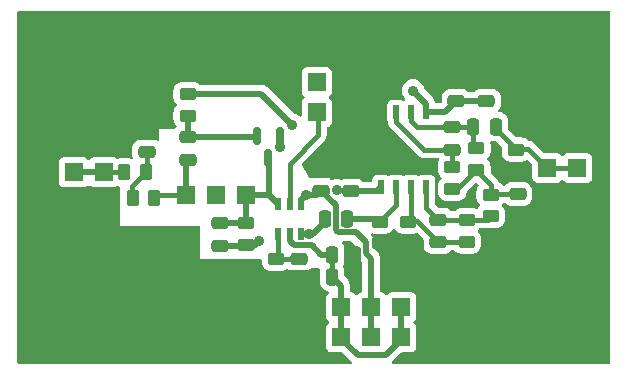
<source format=gbr>
%TF.GenerationSoftware,KiCad,Pcbnew,7.0.5.1-1-g8f565ef7f0-dirty-deb11*%
%TF.CreationDate,2023-07-05T14:53:15+00:00*%
%TF.ProjectId,PCRD01,50435244-3031-42e6-9b69-6361645f7063,01A*%
%TF.SameCoordinates,Original*%
%TF.FileFunction,Copper,L2,Bot*%
%TF.FilePolarity,Positive*%
%FSLAX46Y46*%
G04 Gerber Fmt 4.6, Leading zero omitted, Abs format (unit mm)*
G04 Created by KiCad (PCBNEW 7.0.5.1-1-g8f565ef7f0-dirty-deb11) date 2023-07-05 14:53:15*
%MOMM*%
%LPD*%
G01*
G04 APERTURE LIST*
G04 Aperture macros list*
%AMRoundRect*
0 Rectangle with rounded corners*
0 $1 Rounding radius*
0 $2 $3 $4 $5 $6 $7 $8 $9 X,Y pos of 4 corners*
0 Add a 4 corners polygon primitive as box body*
4,1,4,$2,$3,$4,$5,$6,$7,$8,$9,$2,$3,0*
0 Add four circle primitives for the rounded corners*
1,1,$1+$1,$2,$3*
1,1,$1+$1,$4,$5*
1,1,$1+$1,$6,$7*
1,1,$1+$1,$8,$9*
0 Add four rect primitives between the rounded corners*
20,1,$1+$1,$2,$3,$4,$5,0*
20,1,$1+$1,$4,$5,$6,$7,0*
20,1,$1+$1,$6,$7,$8,$9,0*
20,1,$1+$1,$8,$9,$2,$3,0*%
G04 Aperture macros list end*
%TA.AperFunction,ComponentPad*%
%ADD10R,1.524000X1.524000*%
%TD*%
%TA.AperFunction,ComponentPad*%
%ADD11C,6.000000*%
%TD*%
%TA.AperFunction,SMDPad,CuDef*%
%ADD12RoundRect,0.250000X-0.475000X0.250000X-0.475000X-0.250000X0.475000X-0.250000X0.475000X0.250000X0*%
%TD*%
%TA.AperFunction,SMDPad,CuDef*%
%ADD13RoundRect,0.250000X0.475000X-0.250000X0.475000X0.250000X-0.475000X0.250000X-0.475000X-0.250000X0*%
%TD*%
%TA.AperFunction,SMDPad,CuDef*%
%ADD14RoundRect,0.250000X-0.250000X-0.475000X0.250000X-0.475000X0.250000X0.475000X-0.250000X0.475000X0*%
%TD*%
%TA.AperFunction,SMDPad,CuDef*%
%ADD15RoundRect,0.250000X0.450000X-0.262500X0.450000X0.262500X-0.450000X0.262500X-0.450000X-0.262500X0*%
%TD*%
%TA.AperFunction,SMDPad,CuDef*%
%ADD16RoundRect,0.250000X0.262500X0.450000X-0.262500X0.450000X-0.262500X-0.450000X0.262500X-0.450000X0*%
%TD*%
%TA.AperFunction,SMDPad,CuDef*%
%ADD17RoundRect,0.250000X-0.450000X0.262500X-0.450000X-0.262500X0.450000X-0.262500X0.450000X0.262500X0*%
%TD*%
%TA.AperFunction,SMDPad,CuDef*%
%ADD18RoundRect,0.250000X0.250000X0.475000X-0.250000X0.475000X-0.250000X-0.475000X0.250000X-0.475000X0*%
%TD*%
%TA.AperFunction,SMDPad,CuDef*%
%ADD19R,0.508000X1.143000*%
%TD*%
%TA.AperFunction,SMDPad,CuDef*%
%ADD20R,0.500000X1.000760*%
%TD*%
%TA.AperFunction,SMDPad,CuDef*%
%ADD21R,0.501040X1.000760*%
%TD*%
%TA.AperFunction,SMDPad,CuDef*%
%ADD22RoundRect,0.150000X-0.150000X0.587500X-0.150000X-0.587500X0.150000X-0.587500X0.150000X0.587500X0*%
%TD*%
%TA.AperFunction,ViaPad*%
%ADD23C,0.889000*%
%TD*%
%TA.AperFunction,Conductor*%
%ADD24C,0.500000*%
%TD*%
%TA.AperFunction,Conductor*%
%ADD25C,0.400000*%
%TD*%
G04 APERTURE END LIST*
D10*
%TO.P,J1,1*%
%TO.N,GND*%
X2540000Y8890000D03*
%TO.P,J1,2*%
X0Y8890000D03*
%TO.P,J1,3*%
%TO.N,/+Ubias*%
X2540000Y11430000D03*
%TO.P,J1,4*%
X0Y11430000D03*
%TO.P,J1,5*%
%TO.N,GND*%
X2540000Y13970000D03*
%TO.P,J1,6*%
X0Y13970000D03*
%TD*%
%TO.P,J2,1*%
%TO.N,GND*%
X30276800Y0D03*
%TO.P,J2,2*%
X30276800Y-2540000D03*
%TO.P,J2,3*%
%TO.N,V-*%
X27736800Y0D03*
%TO.P,J2,4*%
X27736800Y-2540000D03*
%TO.P,J2,5*%
%TO.N,V+*%
X25196800Y0D03*
%TO.P,J2,6*%
X25196800Y-2540000D03*
%TO.P,J2,7*%
%TO.N,V-*%
X22656800Y0D03*
%TO.P,J2,8*%
X22656800Y-2540000D03*
%TO.P,J2,9*%
%TO.N,GND*%
X20116800Y0D03*
%TO.P,J2,10*%
X20116800Y-2540000D03*
%TD*%
%TO.P,J5,1*%
%TO.N,GND*%
X42646600Y9245600D03*
%TO.P,J5,2*%
X40106600Y9245600D03*
%TO.P,J5,3*%
%TO.N,Net-(C14-Pad2)*%
X42646600Y11785600D03*
%TO.P,J5,4*%
X40106600Y11785600D03*
%TO.P,J5,5*%
%TO.N,GND*%
X42646600Y14325600D03*
%TO.P,J5,6*%
X40106600Y14325600D03*
%TD*%
D11*
%TO.P,P4,1,P1*%
%TO.N,GND*%
X0Y0D03*
%TD*%
%TO.P,P3,1,P1*%
%TO.N,GND*%
X0Y20320000D03*
%TD*%
%TO.P,P1,1,P1*%
%TO.N,GND*%
X40640000Y0D03*
%TD*%
%TO.P,P2,1,P1*%
%TO.N,GND*%
X40640000Y20320000D03*
%TD*%
D10*
%TO.P,J4,1,P1*%
%TO.N,/#SHDN*%
X20574000Y16510000D03*
%TO.P,J4,2,PM*%
%TO.N,V+*%
X20574000Y19050000D03*
%TD*%
D12*
%TO.P,C1,1*%
%TO.N,Net-(C1-Pad1)*%
X9652000Y14412000D03*
%TO.P,C1,2*%
%TO.N,/K*%
X9652000Y12512000D03*
%TD*%
%TO.P,C2,1*%
%TO.N,Net-(C2-Pad1)*%
X19050000Y4125000D03*
%TO.P,C2,2*%
%TO.N,GND*%
X19050000Y2225000D03*
%TD*%
D13*
%TO.P,C3,1*%
%TO.N,V+*%
X20955000Y9845000D03*
%TO.P,C3,2*%
%TO.N,GND*%
X20955000Y11745000D03*
%TD*%
%TO.P,C5,1*%
%TO.N,V+*%
X34925000Y17465000D03*
%TO.P,C5,2*%
%TO.N,GND*%
X34925000Y19365000D03*
%TD*%
%TO.P,C6,1*%
%TO.N,V+*%
X32385000Y17465000D03*
%TO.P,C6,2*%
%TO.N,GND*%
X32385000Y19365000D03*
%TD*%
D14*
%TO.P,C10,1*%
%TO.N,V-*%
X21884600Y2590800D03*
%TO.P,C10,2*%
%TO.N,GND*%
X23784600Y2590800D03*
%TD*%
D13*
%TO.P,C12,1*%
%TO.N,GND*%
X37592000Y7686000D03*
%TO.P,C12,2*%
%TO.N,Net-(C12-Pad2)*%
X37592000Y9586000D03*
%TD*%
D14*
%TO.P,C14,1*%
%TO.N,Net-(C13-Pad2)*%
X33848000Y15290800D03*
%TO.P,C14,2*%
%TO.N,Net-(C14-Pad2)*%
X35748000Y15290800D03*
%TD*%
D15*
%TO.P,R1,1*%
%TO.N,Net-(C1-Pad1)*%
X9652000Y16232500D03*
%TO.P,R1,2*%
%TO.N,V-*%
X9652000Y18057500D03*
%TD*%
D16*
%TO.P,R2,1*%
%TO.N,Net-(C15-Pad1)*%
X6106800Y11430000D03*
%TO.P,R2,2*%
%TO.N,/+Ubias*%
X4281800Y11430000D03*
%TD*%
D15*
%TO.P,R5,1*%
%TO.N,GND*%
X25908000Y5437500D03*
%TO.P,R5,2*%
%TO.N,Net-(C8-Pad1)*%
X25908000Y7262500D03*
%TD*%
%TO.P,R6,1*%
%TO.N,Net-(C11-Pad1)*%
X33274000Y5564500D03*
%TO.P,R6,2*%
%TO.N,Net-(C11-Pad2)*%
X33274000Y7389500D03*
%TD*%
%TO.P,R7,1*%
%TO.N,GND*%
X28321000Y5437500D03*
%TO.P,R7,2*%
%TO.N,Net-(C11-Pad1)*%
X28321000Y7262500D03*
%TD*%
%TO.P,R8,1*%
%TO.N,Net-(C11-Pad2)*%
X35306000Y7723500D03*
%TO.P,R8,2*%
%TO.N,Net-(C12-Pad2)*%
X35306000Y9548500D03*
%TD*%
%TO.P,R9,1*%
%TO.N,Net-(C12-Pad2)*%
X32054800Y10034900D03*
%TO.P,R9,2*%
%TO.N,Net-(C13-Pad1)*%
X32054800Y11859900D03*
%TD*%
D17*
%TO.P,R11,1*%
%TO.N,Net-(C14-Pad2)*%
X37439600Y13358500D03*
%TO.P,R11,2*%
%TO.N,GND*%
X37439600Y11533500D03*
%TD*%
D13*
%TO.P,C11,1*%
%TO.N,Net-(C11-Pad1)*%
X30861000Y5527000D03*
%TO.P,C11,2*%
%TO.N,Net-(C11-Pad2)*%
X30861000Y7427000D03*
%TD*%
%TO.P,C4,1*%
%TO.N,Net-(C4-Pad1)*%
X12369569Y5213931D03*
%TO.P,C4,2*%
%TO.N,/A*%
X12369569Y7113931D03*
%TD*%
D10*
%TO.P,J3,1*%
%TO.N,/K*%
X9525000Y9525000D03*
%TO.P,J3,2*%
%TO.N,GND*%
X12065000Y9525000D03*
%TO.P,J3,3*%
%TO.N,/A*%
X14605000Y9525000D03*
%TD*%
D13*
%TO.P,C9,1*%
%TO.N,V-*%
X23495000Y9845000D03*
%TO.P,C9,2*%
%TO.N,GND*%
X23495000Y11745000D03*
%TD*%
D18*
%TO.P,C8,1*%
%TO.N,Net-(C8-Pad1)*%
X23175000Y7493000D03*
%TO.P,C8,2*%
%TO.N,Net-(C4-Pad1)*%
X21275000Y7493000D03*
%TD*%
D13*
%TO.P,C13,1*%
%TO.N,Net-(C13-Pad1)*%
X32054800Y13350200D03*
%TO.P,C13,2*%
%TO.N,Net-(C13-Pad2)*%
X32054800Y15250200D03*
%TD*%
D15*
%TO.P,R10,1*%
%TO.N,Net-(C12-Pad2)*%
X34086800Y11635100D03*
%TO.P,R10,2*%
%TO.N,Net-(C13-Pad2)*%
X34086800Y13460100D03*
%TD*%
D14*
%TO.P,C7,1*%
%TO.N,V-*%
X21910000Y4445000D03*
%TO.P,C7,2*%
%TO.N,GND*%
X23810000Y4445000D03*
%TD*%
D19*
%TO.P,U2,1*%
%TO.N,Net-(C11-Pad2)*%
X29845000Y10160000D03*
%TO.P,U2,2,-*%
%TO.N,Net-(C11-Pad1)*%
X28575000Y10160000D03*
%TO.P,U2,3,+*%
%TO.N,Net-(C8-Pad1)*%
X27305000Y10160000D03*
%TO.P,U2,4,V-*%
%TO.N,V-*%
X26035000Y10160000D03*
%TO.P,U2,5,+*%
%TO.N,GND*%
X26035000Y16510000D03*
%TO.P,U2,6,-*%
%TO.N,Net-(C13-Pad1)*%
X27305000Y16510000D03*
%TO.P,U2,7*%
%TO.N,Net-(C13-Pad2)*%
X28575000Y16510000D03*
%TO.P,U2,8,V+*%
%TO.N,V+*%
X29845000Y16510000D03*
%TD*%
D20*
%TO.P,U1,1*%
%TO.N,Net-(C4-Pad1)*%
X19240500Y6223000D03*
%TO.P,U1,2,V-*%
%TO.N,V-*%
X18288000Y6223000D03*
%TO.P,U1,3,+*%
%TO.N,Net-(C2-Pad1)*%
X17335500Y6223000D03*
D21*
%TO.P,U1,4,-*%
%TO.N,/A*%
X17335500Y8763000D03*
D20*
%TO.P,U1,5,#SHDN*%
%TO.N,/#SHDN*%
X18288000Y8763000D03*
%TO.P,U1,6,V+*%
%TO.N,V+*%
X19240500Y8763000D03*
%TD*%
D15*
%TO.P,R3,1*%
%TO.N,GND*%
X17145000Y2262500D03*
%TO.P,R3,2*%
%TO.N,Net-(C2-Pad1)*%
X17145000Y4087500D03*
%TD*%
D22*
%TO.P,Q1,1,S*%
%TO.N,Net-(C1-Pad1)*%
X15532000Y14536500D03*
%TO.P,Q1,2,D*%
%TO.N,V+*%
X17432000Y14536500D03*
%TO.P,Q1,3,G*%
%TO.N,/A*%
X16482000Y12661500D03*
%TD*%
D15*
%TO.P,R4,1*%
%TO.N,Net-(C4-Pad1)*%
X14592569Y5306431D03*
%TO.P,R4,2*%
%TO.N,/A*%
X14592569Y7131431D03*
%TD*%
D16*
%TO.P,R12,1*%
%TO.N,/K*%
X6817500Y9212500D03*
%TO.P,R12,2*%
%TO.N,Net-(C15-Pad1)*%
X4992500Y9212500D03*
%TD*%
D13*
%TO.P,C15,1*%
%TO.N,Net-(C15-Pad1)*%
X6197600Y13185100D03*
%TO.P,C15,2*%
%TO.N,GND*%
X6197600Y15085100D03*
%TD*%
D23*
%TO.N,GND*%
X24739600Y16510000D03*
X17043400Y22402800D03*
X32766000Y21818600D03*
X27762200Y22301200D03*
X24765000Y13970000D03*
X21996400Y13208000D03*
X23266400Y3454400D03*
X-2184400Y15900400D03*
X-2184400Y4826000D03*
X28600400Y12242800D03*
X33375600Y3733800D03*
X1282000Y4999000D03*
X37033200Y5105400D03*
X27495500Y3238500D03*
X23037800Y22199600D03*
X12217400Y22834600D03*
X4292600Y18516600D03*
%TO.N,V+*%
X19690447Y9519689D03*
X17449800Y13538200D03*
X28732000Y18349000D03*
%TO.N,Net-(C4-Pad1)*%
X19939000Y6235700D03*
X15646931Y5584069D03*
%TO.N,V-*%
X21920200Y4432300D03*
X22298002Y9906000D03*
X18521400Y15438400D03*
%TD*%
D24*
%TO.N,Net-(C1-Pad1)*%
X9652000Y14414500D02*
X15557500Y14414500D01*
X9652000Y14414500D02*
X9652000Y16192500D01*
D25*
%TO.N,Net-(C2-Pad1)*%
X17332000Y6219500D02*
X17335500Y6223000D01*
X19050000Y4127500D02*
X17145000Y4127500D01*
X17332000Y4314500D02*
X17332000Y6219500D01*
%TO.N,GND*%
X25908000Y5397500D02*
X26162000Y5397500D01*
D24*
%TO.N,V+*%
X25196800Y4124960D02*
X24707001Y4614759D01*
X34925000Y17462500D02*
X32385000Y17462500D01*
X17449800Y13538200D02*
X17449800Y14518700D01*
X29845000Y16510000D02*
X31432500Y16510000D01*
X25196800Y0D02*
X25196800Y4124960D01*
X22167001Y6575639D02*
X22167001Y8630499D01*
X28732000Y18349000D02*
X29845000Y17236000D01*
D25*
X19240500Y8763000D02*
X19240500Y8826500D01*
D24*
X19240500Y9069742D02*
X19690447Y9519689D01*
X29845000Y17236000D02*
X29845000Y16510000D01*
X19240500Y8763000D02*
X19240500Y9069742D01*
X22398141Y6344499D02*
X22167001Y6575639D01*
X31432500Y16510000D02*
X32385000Y17462500D01*
X20632189Y9519689D02*
X20955000Y9842500D01*
X19690447Y9519689D02*
X20632189Y9519689D01*
X24707001Y5503501D02*
X23866003Y6344499D01*
X17454500Y13538200D02*
X17449800Y13538200D01*
X17449800Y14518700D02*
X17432000Y14536500D01*
X17462500Y13530200D02*
X17454500Y13538200D01*
X24707001Y4614759D02*
X24707001Y5503501D01*
X25196800Y-2540000D02*
X25196800Y0D01*
X23866003Y6344499D02*
X22398141Y6344499D01*
X22167001Y8630499D02*
X20955000Y9842500D01*
%TO.N,Net-(C4-Pad1)*%
X21272500Y7239000D02*
X20269200Y6235700D01*
X19310383Y6235700D02*
X19939000Y6235700D01*
X15646931Y5584069D02*
X15261862Y5199000D01*
X20269200Y6235700D02*
X19939000Y6235700D01*
X15261862Y5199000D02*
X12382000Y5199000D01*
X19240500Y6223000D02*
X19253200Y6235700D01*
X19253200Y6235700D02*
X19310383Y6235700D01*
X21272500Y7493000D02*
X21272500Y7239000D01*
%TO.N,V-*%
X18521400Y15438400D02*
X15862300Y18097500D01*
X18630499Y5272619D02*
X20135381Y5272619D01*
X27736800Y-2746200D02*
X26432000Y-4051000D01*
D25*
X22298002Y9906000D02*
X23431500Y9906000D01*
X21882100Y4419600D02*
X21907500Y4445000D01*
D24*
X26432000Y-4051000D02*
X24032000Y-4051000D01*
D25*
X21882100Y2590800D02*
X21882100Y4419600D01*
D24*
X25717500Y9842500D02*
X26035000Y10160000D01*
X20135381Y5272619D02*
X20963000Y4445000D01*
X22656800Y0D02*
X22656800Y-2540000D01*
X18288000Y5615118D02*
X18630499Y5272619D01*
X27736800Y-2540000D02*
X27736800Y0D01*
X23495000Y9842500D02*
X25717500Y9842500D01*
X21907500Y4445000D02*
X20963000Y4445000D01*
X18288000Y6223000D02*
X18288000Y5615118D01*
X24032000Y-4051000D02*
X22656800Y-2675800D01*
X22656800Y0D02*
X22656800Y1816100D01*
X15862300Y18097500D02*
X9652000Y18097500D01*
D25*
X21907500Y4445000D02*
X21920200Y4432300D01*
D24*
X22656800Y1816100D02*
X21882100Y2590800D01*
D25*
%TO.N,Net-(C8-Pad1)*%
X25908000Y7302500D02*
X27305000Y8699500D01*
D24*
X23177500Y7493000D02*
X25717500Y7493000D01*
D25*
X27305000Y8699500D02*
X27305000Y10381000D01*
D24*
X25717500Y7493000D02*
X25908000Y7302500D01*
D25*
%TO.N,Net-(C11-Pad1)*%
X29083000Y7302500D02*
X30861000Y5524500D01*
X28575000Y10381000D02*
X28575000Y7556500D01*
X28575000Y7556500D02*
X28321000Y7302500D01*
X28321000Y7302500D02*
X29083000Y7302500D01*
X30861000Y5524500D02*
X33274000Y5524500D01*
%TO.N,Net-(C11-Pad2)*%
X35052000Y7429500D02*
X35306000Y7683500D01*
X33274000Y7429500D02*
X35052000Y7429500D01*
X29845000Y8445500D02*
X30861000Y7429500D01*
X29845000Y10381000D02*
X29845000Y8445500D01*
X30861000Y7429500D02*
X33274000Y7429500D01*
%TO.N,Net-(C12-Pad2)*%
X37592000Y9588500D02*
X35306000Y9588500D01*
X35306000Y9588500D02*
X35306000Y10375900D01*
X35306000Y10375900D02*
X34086800Y11595100D01*
X32486600Y9994900D02*
X34086800Y11595100D01*
X32054800Y9994900D02*
X32486600Y9994900D01*
%TO.N,Net-(C13-Pad1)*%
X32054800Y11899900D02*
X32054800Y13347700D01*
X29683300Y13347700D02*
X27305000Y15726000D01*
X27305000Y15726000D02*
X27305000Y16510000D01*
X32054800Y13347700D02*
X29683300Y13347700D01*
%TO.N,Net-(C13-Pad2)*%
X28575000Y15756000D02*
X29078300Y15252700D01*
X33845500Y13741400D02*
X34086800Y13500100D01*
X32054800Y15252700D02*
X33807400Y15252700D01*
X28575000Y16510000D02*
X28575000Y15756000D01*
X33807400Y15252700D02*
X33845500Y15290800D01*
X33845500Y15290800D02*
X33845500Y13741400D01*
X29078300Y15252700D02*
X32054800Y15252700D01*
%TO.N,Net-(C14-Pad2)*%
X40106600Y11785600D02*
X42646600Y11785600D01*
X35750500Y15290800D02*
X35750500Y15087600D01*
X37439600Y13398500D02*
X38493700Y13398500D01*
X38493700Y13398500D02*
X40106600Y11785600D01*
X35750500Y15087600D02*
X37439600Y13398500D01*
%TO.N,/#SHDN*%
X18288000Y8763000D02*
X18288000Y12171498D01*
X18288000Y12171498D02*
X20701000Y14584498D01*
X20701000Y15284500D02*
X20701000Y16510000D01*
X20701000Y14584498D02*
X20701000Y15284500D01*
%TO.N,/+Ubias*%
X4241800Y11430000D02*
X2540000Y11430000D01*
D24*
X0Y11430000D02*
X2540000Y11430000D01*
%TO.N,/K*%
X9525000Y12382500D02*
X9652000Y12509500D01*
X9525000Y9525000D02*
X9525000Y11484490D01*
D25*
X7175500Y9525000D02*
X9525000Y9525000D01*
D24*
X9525000Y11484490D02*
X9525000Y12382500D01*
%TO.N,/A*%
X16573500Y9525000D02*
X14605000Y9525000D01*
X14537569Y7116431D02*
X12369569Y7116431D01*
X14605000Y7556500D02*
X14550000Y7501500D01*
X16573500Y9525000D02*
X16573500Y12570000D01*
X14605000Y7556500D02*
X14605000Y9525000D01*
X17335500Y8763000D02*
X16573500Y9525000D01*
D25*
%TO.N,Net-(C15-Pad1)*%
X4952500Y10235700D02*
X6146800Y11430000D01*
X6197600Y11480800D02*
X6146800Y11430000D01*
X6197600Y13182600D02*
X6197600Y11480800D01*
X4952500Y9212500D02*
X4952500Y10235700D01*
%TD*%
%TA.AperFunction,Conductor*%
%TO.N,GND*%
G36*
X45374691Y25076593D02*
G01*
X45410655Y25027093D01*
X45415500Y24996500D01*
X45415500Y-4676500D01*
X45396593Y-4734691D01*
X45347093Y-4770655D01*
X45316500Y-4775500D01*
X27020771Y-4775500D01*
X26962580Y-4756593D01*
X26926616Y-4707093D01*
X26926616Y-4645907D01*
X26948759Y-4608564D01*
X26975656Y-4580054D01*
X26976660Y-4579020D01*
X27716186Y-3839496D01*
X27770702Y-3811719D01*
X27786189Y-3810500D01*
X28547435Y-3810500D01*
X28547438Y-3810500D01*
X28608001Y-3803989D01*
X28745004Y-3752889D01*
X28862061Y-3665261D01*
X28949689Y-3548204D01*
X29000789Y-3411201D01*
X29007300Y-3350638D01*
X29007300Y-1729362D01*
X29000789Y-1668799D01*
X28949689Y-1531796D01*
X28862061Y-1414739D01*
X28774580Y-1349251D01*
X28739329Y-1299245D01*
X28740203Y-1238066D01*
X28774580Y-1190748D01*
X28862061Y-1125261D01*
X28949689Y-1008204D01*
X29000789Y-871201D01*
X29007300Y-810638D01*
X29007300Y810638D01*
X29000789Y871201D01*
X28949689Y1008204D01*
X28862061Y1125261D01*
X28786014Y1182189D01*
X28745007Y1212887D01*
X28745006Y1212888D01*
X28745004Y1212889D01*
X28608001Y1263989D01*
X28608000Y1263990D01*
X28567127Y1268384D01*
X28547438Y1270500D01*
X26926162Y1270500D01*
X26910088Y1268772D01*
X26865600Y1263990D01*
X26789916Y1235761D01*
X26728596Y1212889D01*
X26728594Y1212888D01*
X26728592Y1212887D01*
X26611543Y1125265D01*
X26611535Y1125257D01*
X26546053Y1037783D01*
X26496045Y1002530D01*
X26434865Y1003404D01*
X26387547Y1037783D01*
X26322064Y1125257D01*
X26322063Y1125258D01*
X26322061Y1125261D01*
X26246014Y1182189D01*
X26205007Y1212887D01*
X26205006Y1212888D01*
X26205004Y1212889D01*
X26068001Y1263989D01*
X26068000Y1263990D01*
X26043717Y1266600D01*
X25987881Y1291620D01*
X25957415Y1344681D01*
X25955300Y1365033D01*
X25955300Y4062488D01*
X25956345Y4076836D01*
X25960141Y4102749D01*
X25955487Y4155942D01*
X25955300Y4160242D01*
X25955300Y4169134D01*
X25955299Y4169150D01*
X25954459Y4176333D01*
X25951530Y4201381D01*
X25951394Y4202714D01*
X25946663Y4256792D01*
X25944688Y4279380D01*
X25944686Y4279390D01*
X25944358Y4280380D01*
X25940000Y4300039D01*
X25939879Y4301070D01*
X25939879Y4301073D01*
X25913564Y4373373D01*
X25913119Y4374650D01*
X25888914Y4447699D01*
X25888367Y4448586D01*
X25879592Y4466711D01*
X25879234Y4467694D01*
X25836961Y4531966D01*
X25836187Y4533181D01*
X25833876Y4536927D01*
X25823275Y4554115D01*
X25795831Y4598609D01*
X25795830Y4598610D01*
X25795829Y4598612D01*
X25795083Y4599358D01*
X25782377Y4614958D01*
X25781801Y4615834D01*
X25781800Y4615835D01*
X25751037Y4644858D01*
X25725823Y4668647D01*
X25724837Y4669604D01*
X25494497Y4899945D01*
X25466720Y4954461D01*
X25465501Y4969948D01*
X25465501Y5441028D01*
X25466546Y5455375D01*
X25466586Y5455651D01*
X25470342Y5481290D01*
X25465688Y5534481D01*
X25465501Y5538783D01*
X25465501Y5547675D01*
X25465500Y5547689D01*
X25463747Y5562681D01*
X25461728Y5579951D01*
X25461597Y5581229D01*
X25454888Y5657927D01*
X25454559Y5658920D01*
X25450202Y5678569D01*
X25450080Y5679614D01*
X25423765Y5751911D01*
X25423318Y5753196D01*
X25399115Y5826239D01*
X25399113Y5826242D01*
X25399111Y5826247D01*
X25398568Y5827127D01*
X25389794Y5845251D01*
X25389438Y5846229D01*
X25389436Y5846231D01*
X25389436Y5846233D01*
X25347142Y5910537D01*
X25346387Y5911723D01*
X25330437Y5937583D01*
X25306031Y5977152D01*
X25305284Y5977899D01*
X25292578Y5993499D01*
X25292002Y5994375D01*
X25292001Y5994376D01*
X25252677Y6031476D01*
X25236041Y6047171D01*
X25235022Y6048161D01*
X25191390Y6091793D01*
X25163613Y6146310D01*
X25173184Y6206742D01*
X25216449Y6250007D01*
X25276881Y6259578D01*
X25292528Y6255774D01*
X25303574Y6252113D01*
X25407455Y6241500D01*
X26408544Y6241501D01*
X26408552Y6241501D01*
X26512417Y6252112D01*
X26512417Y6252113D01*
X26512426Y6252113D01*
X26680738Y6307885D01*
X26831652Y6400970D01*
X26957030Y6526348D01*
X27030238Y6645038D01*
X27076880Y6684640D01*
X27137891Y6689263D01*
X27189967Y6657142D01*
X27198761Y6645038D01*
X27271967Y6526352D01*
X27271968Y6526351D01*
X27271970Y6526348D01*
X27397348Y6400970D01*
X27548262Y6307885D01*
X27716574Y6252113D01*
X27820455Y6241500D01*
X28821544Y6241501D01*
X28821552Y6241501D01*
X28925417Y6252112D01*
X28925417Y6252113D01*
X28925426Y6252113D01*
X29022184Y6284176D01*
X29083366Y6284531D01*
X29123326Y6260204D01*
X29598504Y5785026D01*
X29626281Y5730509D01*
X29627500Y5715022D01*
X29627500Y5226448D01*
X29638111Y5122583D01*
X29638112Y5122576D01*
X29638113Y5122574D01*
X29693885Y4954262D01*
X29786970Y4803348D01*
X29912348Y4677970D01*
X30063262Y4584885D01*
X30231574Y4529113D01*
X30335455Y4518500D01*
X31386544Y4518501D01*
X31386552Y4518501D01*
X31490417Y4529112D01*
X31490417Y4529113D01*
X31490426Y4529113D01*
X31658738Y4584885D01*
X31809652Y4677970D01*
X31918687Y4787006D01*
X31973202Y4814781D01*
X31988689Y4816000D01*
X32196310Y4816000D01*
X32254501Y4797093D01*
X32266313Y4787004D01*
X32349255Y4704063D01*
X32350348Y4702970D01*
X32501262Y4609885D01*
X32669574Y4554113D01*
X32773455Y4543500D01*
X33774544Y4543501D01*
X33774552Y4543501D01*
X33878417Y4554112D01*
X33878417Y4554113D01*
X33878426Y4554113D01*
X34046738Y4609885D01*
X34197652Y4702970D01*
X34323030Y4828348D01*
X34416115Y4979262D01*
X34471887Y5147574D01*
X34482500Y5251455D01*
X34482499Y5877544D01*
X34482499Y5877553D01*
X34471888Y5981418D01*
X34471887Y5981420D01*
X34471887Y5981426D01*
X34416115Y6149738D01*
X34323030Y6300652D01*
X34216683Y6406999D01*
X34188907Y6461513D01*
X34198478Y6521945D01*
X34216682Y6547001D01*
X34323030Y6653348D01*
X34335750Y6673972D01*
X34382392Y6713573D01*
X34420012Y6721000D01*
X34661798Y6721000D01*
X34692934Y6715976D01*
X34701574Y6713113D01*
X34805455Y6702500D01*
X35806544Y6702501D01*
X35806552Y6702501D01*
X35910417Y6713112D01*
X35910417Y6713113D01*
X35910426Y6713113D01*
X36078738Y6768885D01*
X36229652Y6861970D01*
X36355030Y6987348D01*
X36448115Y7138262D01*
X36503887Y7306574D01*
X36514500Y7410455D01*
X36514499Y8036544D01*
X36514499Y8036553D01*
X36503888Y8140418D01*
X36503887Y8140420D01*
X36503887Y8140426D01*
X36448115Y8308738D01*
X36355030Y8459652D01*
X36248683Y8565999D01*
X36220908Y8620513D01*
X36230479Y8680945D01*
X36248682Y8706001D01*
X36355030Y8812348D01*
X36367750Y8832972D01*
X36414392Y8872573D01*
X36452012Y8880000D01*
X36459311Y8880000D01*
X36517502Y8861093D01*
X36529308Y8851010D01*
X36643348Y8736970D01*
X36794262Y8643885D01*
X36962574Y8588113D01*
X37066455Y8577500D01*
X38117544Y8577501D01*
X38117552Y8577501D01*
X38221417Y8588112D01*
X38221417Y8588113D01*
X38221426Y8588113D01*
X38389738Y8643885D01*
X38540652Y8736970D01*
X38666030Y8862348D01*
X38759115Y9013262D01*
X38814887Y9181574D01*
X38825500Y9285455D01*
X38825499Y9886544D01*
X38825499Y9886553D01*
X38814888Y9990418D01*
X38814887Y9990420D01*
X38814887Y9990426D01*
X38759115Y10158738D01*
X38666030Y10309652D01*
X38540652Y10435030D01*
X38389738Y10528115D01*
X38221426Y10583887D01*
X38221423Y10583888D01*
X38117553Y10594500D01*
X37066447Y10594500D01*
X36962582Y10583889D01*
X36962570Y10583886D01*
X36794261Y10528115D01*
X36643349Y10435031D01*
X36643348Y10435031D01*
X36643348Y10435030D01*
X36534312Y10325995D01*
X36479798Y10298219D01*
X36464311Y10297000D01*
X36383690Y10297000D01*
X36325499Y10315907D01*
X36313687Y10325996D01*
X36229652Y10410030D01*
X36078738Y10503115D01*
X36068981Y10506348D01*
X36053753Y10511394D01*
X36004465Y10547644D01*
X35989592Y10582645D01*
X35989169Y10582513D01*
X35987850Y10586745D01*
X35987515Y10587534D01*
X35987388Y10588229D01*
X35961473Y10645808D01*
X35960347Y10648526D01*
X35937954Y10707575D01*
X35930767Y10717986D01*
X35921963Y10733598D01*
X35916775Y10745126D01*
X35877841Y10794822D01*
X35876068Y10797231D01*
X35840216Y10849172D01*
X35792975Y10891024D01*
X35790797Y10893074D01*
X35324295Y11359575D01*
X35296518Y11414092D01*
X35295299Y11429579D01*
X35295299Y11948153D01*
X35284688Y12052018D01*
X35284687Y12052020D01*
X35284687Y12052026D01*
X35228915Y12220338D01*
X35135830Y12371252D01*
X35029483Y12477599D01*
X35001708Y12532113D01*
X35011279Y12592545D01*
X35029482Y12617601D01*
X35135830Y12723948D01*
X35228915Y12874862D01*
X35284687Y13043174D01*
X35295300Y13147055D01*
X35295299Y13773144D01*
X35295299Y13773145D01*
X35295299Y13773153D01*
X35284688Y13877018D01*
X35284687Y13877020D01*
X35284687Y13877026D01*
X35265257Y13935661D01*
X35264902Y13996842D01*
X35300577Y14046551D01*
X35358657Y14065796D01*
X35369296Y14065285D01*
X35399073Y14062243D01*
X35447455Y14057300D01*
X35737821Y14057301D01*
X35796011Y14038394D01*
X35807825Y14028305D01*
X36202104Y13634026D01*
X36229881Y13579509D01*
X36231100Y13564022D01*
X36231100Y13045448D01*
X36241711Y12941583D01*
X36241712Y12941576D01*
X36241713Y12941574D01*
X36297485Y12773262D01*
X36390570Y12622348D01*
X36515948Y12496970D01*
X36666862Y12403885D01*
X36835174Y12348113D01*
X36939055Y12337500D01*
X37940144Y12337501D01*
X37940152Y12337501D01*
X38044017Y12348112D01*
X38044017Y12348113D01*
X38044026Y12348113D01*
X38212338Y12403885D01*
X38315187Y12467324D01*
X38374639Y12481780D01*
X38431235Y12458530D01*
X38437163Y12453067D01*
X38807104Y12083126D01*
X38834881Y12028609D01*
X38836100Y12013122D01*
X38836100Y10974966D01*
X38842610Y10914401D01*
X38854046Y10883739D01*
X38893711Y10777396D01*
X38893712Y10777394D01*
X38893713Y10777393D01*
X38923285Y10737889D01*
X38981339Y10660339D01*
X39098396Y10572711D01*
X39235399Y10521611D01*
X39295962Y10515100D01*
X39295965Y10515100D01*
X40917235Y10515100D01*
X40917238Y10515100D01*
X40977801Y10521611D01*
X41114804Y10572711D01*
X41231861Y10660339D01*
X41297348Y10747820D01*
X41347355Y10783071D01*
X41408534Y10782197D01*
X41455851Y10747820D01*
X41521339Y10660339D01*
X41638396Y10572711D01*
X41775399Y10521611D01*
X41835962Y10515100D01*
X41835965Y10515100D01*
X43457235Y10515100D01*
X43457238Y10515100D01*
X43517801Y10521611D01*
X43654804Y10572711D01*
X43771861Y10660339D01*
X43859489Y10777396D01*
X43910589Y10914399D01*
X43917100Y10974962D01*
X43917100Y12596238D01*
X43910589Y12656801D01*
X43859489Y12793804D01*
X43771861Y12910861D01*
X43730837Y12941571D01*
X43654807Y12998487D01*
X43654806Y12998488D01*
X43654804Y12998489D01*
X43517801Y13049589D01*
X43517800Y13049590D01*
X43476927Y13053984D01*
X43457238Y13056100D01*
X41835962Y13056100D01*
X41819888Y13054372D01*
X41775400Y13049590D01*
X41699716Y13021361D01*
X41638396Y12998489D01*
X41638394Y12998488D01*
X41638392Y12998487D01*
X41521343Y12910865D01*
X41521335Y12910857D01*
X41455853Y12823383D01*
X41405845Y12788130D01*
X41344665Y12789004D01*
X41297347Y12823383D01*
X41231864Y12910857D01*
X41231863Y12910858D01*
X41231861Y12910861D01*
X41190837Y12941571D01*
X41114807Y12998487D01*
X41114806Y12998488D01*
X41114804Y12998489D01*
X40977801Y13049589D01*
X40977800Y13049590D01*
X40936927Y13053984D01*
X40917238Y13056100D01*
X40917234Y13056100D01*
X39879078Y13056100D01*
X39820887Y13075007D01*
X39809074Y13085096D01*
X39010872Y13883299D01*
X39008822Y13885477D01*
X38989311Y13907500D01*
X38966973Y13932715D01*
X38915018Y13968577D01*
X38912632Y13970332D01*
X38886169Y13991065D01*
X38862931Y14009272D01*
X38862920Y14009279D01*
X38851388Y14014469D01*
X38835787Y14023268D01*
X38825375Y14030454D01*
X38825370Y14030456D01*
X38825368Y14030457D01*
X38766365Y14052834D01*
X38763602Y14053978D01*
X38706033Y14079888D01*
X38706030Y14079889D01*
X38693576Y14082172D01*
X38676329Y14086981D01*
X38664510Y14091463D01*
X38664502Y14091465D01*
X38601851Y14099073D01*
X38598897Y14099523D01*
X38536788Y14110903D01*
X38520528Y14109919D01*
X38461302Y14125279D01*
X38444549Y14138734D01*
X38363252Y14220030D01*
X38212338Y14313115D01*
X38044023Y14368888D01*
X37940153Y14379500D01*
X37940145Y14379500D01*
X37501578Y14379500D01*
X37443387Y14398407D01*
X37431574Y14408496D01*
X36785495Y15054575D01*
X36757718Y15109092D01*
X36756499Y15124579D01*
X36756499Y15816353D01*
X36745888Y15920218D01*
X36745887Y15920220D01*
X36745887Y15920226D01*
X36690115Y16088538D01*
X36597030Y16239452D01*
X36471652Y16364830D01*
X36320738Y16457915D01*
X36152426Y16513687D01*
X36152423Y16513688D01*
X36048553Y16524300D01*
X36048545Y16524300D01*
X36020989Y16524300D01*
X35962798Y16543207D01*
X35926834Y16592707D01*
X35926834Y16653893D01*
X35950983Y16693302D01*
X35999030Y16741348D01*
X36092115Y16892262D01*
X36147887Y17060574D01*
X36158500Y17164455D01*
X36158499Y17765544D01*
X36158499Y17765545D01*
X36158499Y17765553D01*
X36147888Y17869418D01*
X36147887Y17869420D01*
X36147887Y17869426D01*
X36092115Y18037738D01*
X35999030Y18188652D01*
X35873652Y18314030D01*
X35722738Y18407115D01*
X35554426Y18462887D01*
X35554423Y18462888D01*
X35450553Y18473500D01*
X34399447Y18473500D01*
X34295582Y18462889D01*
X34295570Y18462886D01*
X34127261Y18407115D01*
X33976347Y18314030D01*
X33912313Y18249996D01*
X33857796Y18222219D01*
X33842310Y18221000D01*
X33467690Y18221000D01*
X33409499Y18239907D01*
X33397687Y18249996D01*
X33333652Y18314030D01*
X33182738Y18407115D01*
X33014423Y18462888D01*
X32910553Y18473500D01*
X31859447Y18473500D01*
X31755582Y18462889D01*
X31755570Y18462886D01*
X31587261Y18407115D01*
X31436349Y18314031D01*
X31310969Y18188651D01*
X31217885Y18037739D01*
X31162112Y17869424D01*
X31151500Y17765554D01*
X31151500Y17367500D01*
X31132593Y17309309D01*
X31083093Y17273345D01*
X31052500Y17268500D01*
X30694271Y17268500D01*
X30636080Y17287407D01*
X30600116Y17336907D01*
X30595648Y17358872D01*
X30592887Y17390422D01*
X30592887Y17390426D01*
X30592558Y17391419D01*
X30588201Y17411068D01*
X30588079Y17412113D01*
X30561764Y17484410D01*
X30561317Y17485695D01*
X30537114Y17558738D01*
X30537112Y17558741D01*
X30537110Y17558746D01*
X30536567Y17559626D01*
X30527793Y17577750D01*
X30527437Y17578728D01*
X30527435Y17578730D01*
X30527435Y17578732D01*
X30485141Y17643036D01*
X30484386Y17644222D01*
X30467331Y17671873D01*
X30444030Y17709651D01*
X30443283Y17710398D01*
X30430577Y17725998D01*
X30430001Y17726874D01*
X30430000Y17726875D01*
X30389012Y17765545D01*
X30374040Y17779670D01*
X30373021Y17780660D01*
X29702086Y18451595D01*
X29674309Y18506112D01*
X29673569Y18511871D01*
X29671211Y18535821D01*
X29616717Y18715462D01*
X29528224Y18881020D01*
X29409133Y19026133D01*
X29264020Y19145224D01*
X29264019Y19145225D01*
X29098466Y19233715D01*
X29098465Y19233716D01*
X29098462Y19233717D01*
X29078716Y19239707D01*
X28918821Y19288212D01*
X28918815Y19288213D01*
X28732003Y19306611D01*
X28731997Y19306611D01*
X28545184Y19288213D01*
X28545178Y19288212D01*
X28365544Y19233719D01*
X28365541Y19233718D01*
X28365538Y19233717D01*
X28365536Y19233717D01*
X28365533Y19233715D01*
X28199980Y19145225D01*
X28054872Y19026138D01*
X28054862Y19026128D01*
X27935775Y18881020D01*
X27847285Y18715467D01*
X27847281Y18715456D01*
X27792788Y18535822D01*
X27792787Y18535816D01*
X27774389Y18349004D01*
X27774389Y18348997D01*
X27792787Y18162185D01*
X27792788Y18162179D01*
X27829307Y18041796D01*
X27847283Y17982538D01*
X27847284Y17982535D01*
X27847285Y17982534D01*
X27935776Y17816980D01*
X27935778Y17816978D01*
X28054860Y17671873D01*
X28054864Y17671870D01*
X28054865Y17671869D01*
X28054867Y17671867D01*
X28055642Y17671231D01*
X28055889Y17670844D01*
X28058301Y17668433D01*
X28057771Y17667904D01*
X28088629Y17619699D01*
X28085027Y17558620D01*
X28052166Y17515450D01*
X27999329Y17475896D01*
X27941415Y17456159D01*
X27882960Y17474233D01*
X27880672Y17475895D01*
X27805206Y17532388D01*
X27805204Y17532389D01*
X27668201Y17583489D01*
X27668200Y17583490D01*
X27627327Y17587884D01*
X27607638Y17590000D01*
X27002362Y17590000D01*
X26986288Y17588272D01*
X26941800Y17583490D01*
X26875123Y17558620D01*
X26804796Y17532389D01*
X26804794Y17532388D01*
X26804792Y17532387D01*
X26687743Y17444765D01*
X26687735Y17444757D01*
X26600113Y17327708D01*
X26600112Y17327706D01*
X26600111Y17327704D01*
X26593250Y17309309D01*
X26549010Y17190700D01*
X26542500Y17130135D01*
X26542500Y15889866D01*
X26549010Y15829300D01*
X26549011Y15829299D01*
X26586807Y15727963D01*
X26592869Y15687395D01*
X26592597Y15682908D01*
X26603977Y15620803D01*
X26604427Y15617849D01*
X26612035Y15555198D01*
X26612037Y15555190D01*
X26616519Y15543371D01*
X26621328Y15526124D01*
X26623611Y15513670D01*
X26623612Y15513667D01*
X26649522Y15456098D01*
X26650666Y15453335D01*
X26671460Y15398505D01*
X26673046Y15394325D01*
X26677684Y15387605D01*
X26680231Y15383916D01*
X26689031Y15368312D01*
X26694221Y15356780D01*
X26694228Y15356769D01*
X26704242Y15343988D01*
X26733168Y15307068D01*
X26734923Y15304682D01*
X26766802Y15258497D01*
X26770784Y15252729D01*
X26770786Y15252726D01*
X26818023Y15210878D01*
X26820201Y15208828D01*
X29166126Y12862903D01*
X29168176Y12860725D01*
X29210028Y12813484D01*
X29211390Y12812544D01*
X29257570Y12780668D01*
X29261969Y12777632D01*
X29264378Y12775859D01*
X29303337Y12745337D01*
X29314074Y12736925D01*
X29325606Y12731735D01*
X29341212Y12722933D01*
X29351621Y12715748D01*
X29351622Y12715748D01*
X29351625Y12715746D01*
X29401533Y12696819D01*
X29410642Y12693364D01*
X29413384Y12692230D01*
X29470971Y12666311D01*
X29483417Y12664031D01*
X29500666Y12659223D01*
X29512499Y12654735D01*
X29575186Y12647124D01*
X29578072Y12646685D01*
X29640207Y12635298D01*
X29703235Y12639111D01*
X29706202Y12639200D01*
X30855002Y12639200D01*
X30913193Y12620293D01*
X30949157Y12570793D01*
X30949157Y12509607D01*
X30939263Y12488227D01*
X30912685Y12445139D01*
X30856912Y12276824D01*
X30846300Y12172954D01*
X30846300Y11546848D01*
X30856911Y11442983D01*
X30856912Y11442976D01*
X30856913Y11442974D01*
X30912685Y11274662D01*
X31005770Y11123748D01*
X31112116Y11017402D01*
X31139892Y10962887D01*
X31130321Y10902455D01*
X31112117Y10877400D01*
X31031949Y10797231D01*
X31005769Y10771051D01*
X30912685Y10620139D01*
X30856912Y10451824D01*
X30846300Y10347954D01*
X30846300Y9721848D01*
X30856911Y9617983D01*
X30856912Y9617976D01*
X30856913Y9617974D01*
X30912685Y9449662D01*
X31005770Y9298748D01*
X31131148Y9173370D01*
X31282062Y9080285D01*
X31450374Y9024513D01*
X31554255Y9013900D01*
X32555344Y9013901D01*
X32555352Y9013901D01*
X32659217Y9024512D01*
X32659217Y9024513D01*
X32659226Y9024513D01*
X32827538Y9080285D01*
X32978452Y9173370D01*
X33103830Y9298748D01*
X33196915Y9449662D01*
X33252687Y9617974D01*
X33263300Y9721855D01*
X33263299Y9728615D01*
X33282200Y9786805D01*
X33292289Y9798621D01*
X34016797Y10523129D01*
X34071312Y10550904D01*
X34131744Y10541333D01*
X34156802Y10523127D01*
X34202630Y10477300D01*
X34256120Y10423810D01*
X34283898Y10369295D01*
X34274327Y10308863D01*
X34260213Y10289435D01*
X34260545Y10289173D01*
X34256971Y10284654D01*
X34163885Y10133739D01*
X34108112Y9965424D01*
X34097500Y9861554D01*
X34097500Y9235448D01*
X34108111Y9131583D01*
X34108112Y9131576D01*
X34108113Y9131574D01*
X34163885Y8963262D01*
X34256970Y8812348D01*
X34363315Y8706003D01*
X34391091Y8651488D01*
X34381520Y8591056D01*
X34363314Y8565998D01*
X34256970Y8459653D01*
X34256966Y8459648D01*
X34199378Y8366283D01*
X34152737Y8326682D01*
X34091727Y8322059D01*
X34063146Y8333995D01*
X34046740Y8344114D01*
X34046739Y8344115D01*
X34046738Y8344115D01*
X33878426Y8399887D01*
X33878423Y8399888D01*
X33774553Y8410500D01*
X32773447Y8410500D01*
X32669582Y8399889D01*
X32669570Y8399886D01*
X32501261Y8344115D01*
X32350347Y8251030D01*
X32266313Y8166996D01*
X32211796Y8139219D01*
X32196310Y8138000D01*
X31988689Y8138000D01*
X31930498Y8156907D01*
X31918691Y8166991D01*
X31809652Y8276030D01*
X31658738Y8369115D01*
X31490426Y8424887D01*
X31490423Y8424888D01*
X31386553Y8435500D01*
X31386545Y8435500D01*
X30897978Y8435500D01*
X30839787Y8454407D01*
X30827974Y8464497D01*
X30582496Y8709976D01*
X30554719Y8764492D01*
X30553500Y8779979D01*
X30553500Y9334117D01*
X30559741Y9368712D01*
X30600989Y9479299D01*
X30607500Y9539862D01*
X30607500Y10780138D01*
X30600989Y10840701D01*
X30549889Y10977704D01*
X30462261Y11094761D01*
X30423536Y11123750D01*
X30345207Y11182387D01*
X30345206Y11182388D01*
X30345204Y11182389D01*
X30208201Y11233489D01*
X30208200Y11233490D01*
X30167327Y11237884D01*
X30147638Y11240000D01*
X29542362Y11240000D01*
X29526288Y11238272D01*
X29481800Y11233490D01*
X29344793Y11182388D01*
X29269328Y11125895D01*
X29211413Y11106159D01*
X29152958Y11124234D01*
X29150672Y11125895D01*
X29075206Y11182388D01*
X29075204Y11182389D01*
X28938201Y11233489D01*
X28938200Y11233490D01*
X28897327Y11237884D01*
X28877638Y11240000D01*
X28272362Y11240000D01*
X28256288Y11238272D01*
X28211800Y11233490D01*
X28074793Y11182388D01*
X27999328Y11125895D01*
X27941413Y11106159D01*
X27882958Y11124234D01*
X27880672Y11125895D01*
X27805206Y11182388D01*
X27805204Y11182389D01*
X27668201Y11233489D01*
X27668200Y11233490D01*
X27627327Y11237884D01*
X27607638Y11240000D01*
X27002362Y11240000D01*
X26986288Y11238272D01*
X26941800Y11233490D01*
X26804793Y11182388D01*
X26729328Y11125895D01*
X26671413Y11106159D01*
X26612958Y11124234D01*
X26610672Y11125895D01*
X26535206Y11182388D01*
X26535204Y11182389D01*
X26398201Y11233489D01*
X26398200Y11233490D01*
X26357327Y11237884D01*
X26337638Y11240000D01*
X25732362Y11240000D01*
X25716288Y11238272D01*
X25671800Y11233490D01*
X25596116Y11205261D01*
X25534796Y11182389D01*
X25534794Y11182388D01*
X25534792Y11182387D01*
X25417743Y11094765D01*
X25417735Y11094757D01*
X25330113Y10977708D01*
X25330112Y10977706D01*
X25330111Y10977704D01*
X25318808Y10947400D01*
X25279010Y10840700D01*
X25274338Y10797231D01*
X25272722Y10782197D01*
X25272500Y10780135D01*
X25272500Y10700000D01*
X25253593Y10641809D01*
X25204093Y10605845D01*
X25173500Y10601000D01*
X24577690Y10601000D01*
X24519499Y10619907D01*
X24507687Y10629996D01*
X24443652Y10694030D01*
X24292738Y10787115D01*
X24124423Y10842888D01*
X24020553Y10853500D01*
X22969447Y10853500D01*
X22865582Y10842889D01*
X22865574Y10842888D01*
X22865574Y10842887D01*
X22865571Y10842887D01*
X22865567Y10842885D01*
X22717078Y10793683D01*
X22657201Y10792921D01*
X22484823Y10845212D01*
X22484817Y10845213D01*
X22298005Y10863611D01*
X22297999Y10863611D01*
X22111186Y10845213D01*
X22111183Y10845212D01*
X21931537Y10790716D01*
X21882815Y10764674D01*
X21822582Y10753919D01*
X21784175Y10767725D01*
X21768500Y10777393D01*
X21764026Y10780153D01*
X21724425Y10826795D01*
X21717000Y10864413D01*
X21717000Y10921999D01*
X21717000Y10922000D01*
X21716999Y10922000D01*
X19997458Y10922000D01*
X19939267Y10940907D01*
X19910768Y10973189D01*
X19843721Y11094757D01*
X19300079Y12080482D01*
X19288534Y12140567D01*
X19314511Y12195965D01*
X19316710Y12198240D01*
X21185788Y14067318D01*
X21187943Y14069348D01*
X21235215Y14111225D01*
X21271078Y14163182D01*
X21272852Y14165592D01*
X21281687Y14176869D01*
X21311775Y14215272D01*
X21316969Y14226814D01*
X21325769Y14242415D01*
X21332954Y14252823D01*
X21355346Y14311870D01*
X21356483Y14314611D01*
X21382387Y14372166D01*
X21382386Y14372166D01*
X21382388Y14372168D01*
X21384668Y14384613D01*
X21389479Y14401872D01*
X21393965Y14413697D01*
X21401575Y14476382D01*
X21402020Y14479306D01*
X21413401Y14541405D01*
X21409588Y14604423D01*
X21409499Y14607392D01*
X21409499Y14918978D01*
X21409499Y15163962D01*
X21428406Y15222150D01*
X21473899Y15256716D01*
X21582204Y15297111D01*
X21699261Y15384739D01*
X21786889Y15501796D01*
X21837989Y15638799D01*
X21844500Y15699362D01*
X21844500Y17320638D01*
X21837989Y17381201D01*
X21786889Y17518204D01*
X21699261Y17635261D01*
X21611780Y17700749D01*
X21576529Y17750755D01*
X21577403Y17811934D01*
X21611780Y17859252D01*
X21699261Y17924739D01*
X21786889Y18041796D01*
X21837989Y18178799D01*
X21844500Y18239362D01*
X21844500Y19860638D01*
X21837989Y19921201D01*
X21786889Y20058204D01*
X21699261Y20175261D01*
X21582204Y20262889D01*
X21445201Y20313989D01*
X21445200Y20313990D01*
X21404327Y20318384D01*
X21384638Y20320500D01*
X19763362Y20320500D01*
X19747288Y20318772D01*
X19702800Y20313990D01*
X19627116Y20285761D01*
X19565796Y20262889D01*
X19565794Y20262888D01*
X19565792Y20262887D01*
X19448743Y20175265D01*
X19448735Y20175257D01*
X19361113Y20058208D01*
X19361112Y20058206D01*
X19361111Y20058204D01*
X19338239Y19996884D01*
X19310010Y19921200D01*
X19303500Y19860635D01*
X19303500Y18239366D01*
X19310010Y18178801D01*
X19310011Y18178799D01*
X19361111Y18041796D01*
X19448739Y17924739D01*
X19448742Y17924737D01*
X19448743Y17924736D01*
X19536217Y17859253D01*
X19571470Y17809245D01*
X19570596Y17748065D01*
X19536217Y17700747D01*
X19448743Y17635265D01*
X19448735Y17635257D01*
X19361113Y17518208D01*
X19361112Y17518206D01*
X19361111Y17518204D01*
X19343975Y17472262D01*
X19310010Y17381200D01*
X19307610Y17358872D01*
X19303577Y17321348D01*
X19303500Y17320635D01*
X19303500Y16238707D01*
X19284593Y16180516D01*
X19235093Y16144552D01*
X19173907Y16144552D01*
X19141696Y16162178D01*
X19114452Y16184536D01*
X19053420Y16234624D01*
X18887862Y16323117D01*
X18820257Y16343625D01*
X18708219Y16377612D01*
X18684291Y16379969D01*
X18628234Y16404490D01*
X18623993Y16408488D01*
X16442808Y18589673D01*
X16433404Y18600557D01*
X16417769Y18621558D01*
X16376877Y18655870D01*
X16373697Y18658784D01*
X16367401Y18665080D01*
X16367396Y18665084D01*
X16341972Y18685188D01*
X16340856Y18686096D01*
X16339087Y18687581D01*
X16281940Y18735532D01*
X16281938Y18735533D01*
X16281937Y18735534D01*
X16280997Y18736006D01*
X16264036Y18746811D01*
X16263209Y18747465D01*
X16263207Y18747466D01*
X16263206Y18747467D01*
X16193468Y18779987D01*
X16192217Y18780593D01*
X16123488Y18815109D01*
X16123490Y18815109D01*
X16122676Y18815302D01*
X16122456Y18815354D01*
X16103465Y18821956D01*
X16102508Y18822403D01*
X16102497Y18822406D01*
X16027127Y18837969D01*
X16025741Y18838276D01*
X15950956Y18856000D01*
X15950954Y18856000D01*
X15949914Y18856000D01*
X15929895Y18858045D01*
X15929450Y18858137D01*
X15928855Y18858260D01*
X15856340Y18856149D01*
X15851939Y18856021D01*
X15850504Y18856000D01*
X10679690Y18856000D01*
X10621499Y18874907D01*
X10609687Y18884996D01*
X10575653Y18919029D01*
X10575652Y18919030D01*
X10424738Y19012115D01*
X10256426Y19067887D01*
X10256423Y19067888D01*
X10152553Y19078500D01*
X9151447Y19078500D01*
X9047582Y19067889D01*
X9047570Y19067886D01*
X8879261Y19012115D01*
X8728349Y18919031D01*
X8602969Y18793651D01*
X8509885Y18642739D01*
X8454112Y18474424D01*
X8443500Y18370554D01*
X8443500Y17744448D01*
X8454111Y17640583D01*
X8454112Y17640576D01*
X8454113Y17640574D01*
X8509885Y17472262D01*
X8602970Y17321348D01*
X8709316Y17215002D01*
X8737092Y17160487D01*
X8727521Y17100055D01*
X8709317Y17075000D01*
X8602968Y16968652D01*
X8602969Y16968651D01*
X8509885Y16817739D01*
X8454112Y16649424D01*
X8443500Y16545554D01*
X8443500Y15919448D01*
X8454111Y15815583D01*
X8454112Y15815576D01*
X8454113Y15815574D01*
X8509885Y15647262D01*
X8602970Y15496348D01*
X8700815Y15398503D01*
X8728591Y15343988D01*
X8719020Y15283556D01*
X8700814Y15258498D01*
X8577973Y15135657D01*
X8577967Y15135649D01*
X8570924Y15124231D01*
X8524281Y15084631D01*
X8487054Y15077208D01*
X7249160Y15072361D01*
X7249159Y15072360D01*
X7256740Y14144168D01*
X7238308Y14085825D01*
X7189104Y14049458D01*
X7127920Y14048959D01*
X7105770Y14059100D01*
X6995342Y14127214D01*
X6827023Y14182988D01*
X6723153Y14193600D01*
X5672047Y14193600D01*
X5568182Y14182989D01*
X5568170Y14182986D01*
X5399861Y14127215D01*
X5248949Y14034131D01*
X5123569Y13908751D01*
X5030485Y13757839D01*
X4974712Y13589524D01*
X4964100Y13485654D01*
X4964100Y12884548D01*
X4974711Y12780683D01*
X4974714Y12780668D01*
X5003939Y12692472D01*
X5004295Y12631288D01*
X4968619Y12581580D01*
X4910539Y12562335D01*
X4872617Y12570624D01*
X4872511Y12570301D01*
X4869440Y12571319D01*
X4868134Y12571604D01*
X4867040Y12572114D01*
X4867039Y12572115D01*
X4867038Y12572115D01*
X4698726Y12627887D01*
X4698723Y12627888D01*
X4594853Y12638500D01*
X3968747Y12638500D01*
X3864882Y12627889D01*
X3864874Y12627888D01*
X3864874Y12627887D01*
X3864871Y12627887D01*
X3864867Y12627885D01*
X3708336Y12576018D01*
X3647152Y12575662D01*
X3617869Y12590739D01*
X3548206Y12642888D01*
X3548204Y12642889D01*
X3411201Y12693989D01*
X3411200Y12693990D01*
X3370327Y12698384D01*
X3350638Y12700500D01*
X1729362Y12700500D01*
X1713288Y12698772D01*
X1668800Y12693990D01*
X1594595Y12666312D01*
X1531796Y12642889D01*
X1531794Y12642888D01*
X1531792Y12642887D01*
X1414743Y12555265D01*
X1414735Y12555257D01*
X1349253Y12467783D01*
X1299245Y12432530D01*
X1238065Y12433404D01*
X1190747Y12467783D01*
X1125264Y12555257D01*
X1125263Y12555258D01*
X1125261Y12555261D01*
X1115811Y12562335D01*
X1008207Y12642887D01*
X1008206Y12642888D01*
X1008204Y12642889D01*
X871201Y12693989D01*
X871200Y12693990D01*
X830327Y12698384D01*
X810638Y12700500D01*
X-810638Y12700500D01*
X-826712Y12698772D01*
X-871200Y12693990D01*
X-945405Y12666312D01*
X-1008204Y12642889D01*
X-1008206Y12642888D01*
X-1008208Y12642887D01*
X-1125257Y12555265D01*
X-1125265Y12555257D01*
X-1212887Y12438208D01*
X-1212888Y12438206D01*
X-1212889Y12438204D01*
X-1225689Y12403886D01*
X-1263990Y12301200D01*
X-1270500Y12240635D01*
X-1270500Y10619366D01*
X-1263990Y10558801D01*
X-1252811Y10528830D01*
X-1212889Y10421796D01*
X-1212888Y10421794D01*
X-1212887Y10421793D01*
X-1133622Y10315907D01*
X-1125261Y10304739D01*
X-1008204Y10217111D01*
X-871201Y10166011D01*
X-810638Y10159500D01*
X-810635Y10159500D01*
X810635Y10159500D01*
X810638Y10159500D01*
X871201Y10166011D01*
X1008204Y10217111D01*
X1034528Y10236818D01*
X1092439Y10256555D01*
X1094009Y10256565D01*
X1447692Y10255605D01*
X1505831Y10236539D01*
X1506751Y10235859D01*
X1514307Y10230203D01*
X1531796Y10217111D01*
X1668799Y10166011D01*
X1729362Y10159500D01*
X1729365Y10159500D01*
X3350635Y10159500D01*
X3350638Y10159500D01*
X3411201Y10166011D01*
X3548204Y10217111D01*
X3565358Y10229953D01*
X3623268Y10249689D01*
X3624770Y10249698D01*
X3783272Y10249268D01*
X3841408Y10230203D01*
X3877237Y10180606D01*
X3882000Y10150269D01*
X3882000Y6899000D01*
X10603000Y6899000D01*
X10661191Y6880093D01*
X10697155Y6830593D01*
X10702000Y6800001D01*
X10702000Y4098000D01*
X15837500Y4098000D01*
X15895691Y4079093D01*
X15931655Y4029593D01*
X15936500Y3999000D01*
X15936500Y3774448D01*
X15947111Y3670583D01*
X15947112Y3670576D01*
X15947113Y3670574D01*
X16002885Y3502262D01*
X16095970Y3351348D01*
X16221348Y3225970D01*
X16372262Y3132885D01*
X16540574Y3077113D01*
X16644455Y3066500D01*
X17645544Y3066501D01*
X17645552Y3066501D01*
X17749417Y3077112D01*
X17749417Y3077113D01*
X17749426Y3077113D01*
X17917738Y3132885D01*
X18068652Y3225970D01*
X18068653Y3225972D01*
X18073557Y3228996D01*
X18133010Y3243453D01*
X18177502Y3228997D01*
X18235965Y3192937D01*
X18252262Y3182885D01*
X18420574Y3127113D01*
X18524455Y3116500D01*
X19575544Y3116501D01*
X19575552Y3116501D01*
X19679417Y3127112D01*
X19679417Y3127113D01*
X19679426Y3127113D01*
X19847738Y3182885D01*
X19998652Y3275970D01*
X19998657Y3275976D01*
X20003173Y3279545D01*
X20004709Y3277603D01*
X20050202Y3300781D01*
X20065689Y3302000D01*
X20785438Y3302000D01*
X20843629Y3283093D01*
X20879593Y3233593D01*
X20883925Y3192937D01*
X20876100Y3116353D01*
X20876100Y2065248D01*
X20886711Y1961383D01*
X20886712Y1961376D01*
X20886713Y1961374D01*
X20942485Y1793062D01*
X21035570Y1642148D01*
X21160948Y1516770D01*
X21311862Y1423685D01*
X21480174Y1367913D01*
X21505749Y1365301D01*
X21558318Y1359929D01*
X21614286Y1335206D01*
X21645032Y1282307D01*
X21638814Y1221438D01*
X21607585Y1182189D01*
X21531543Y1125265D01*
X21531535Y1125257D01*
X21443913Y1008208D01*
X21443912Y1008206D01*
X21443911Y1008204D01*
X21442121Y1003404D01*
X21392810Y871200D01*
X21386300Y810635D01*
X21386300Y-810634D01*
X21392810Y-871199D01*
X21392811Y-871201D01*
X21443911Y-1008204D01*
X21531539Y-1125261D01*
X21531542Y-1125263D01*
X21531543Y-1125264D01*
X21619017Y-1190747D01*
X21654270Y-1240755D01*
X21653396Y-1301935D01*
X21619017Y-1349253D01*
X21531543Y-1414735D01*
X21531535Y-1414743D01*
X21443913Y-1531792D01*
X21443912Y-1531794D01*
X21443911Y-1531796D01*
X21442121Y-1536596D01*
X21392810Y-1668800D01*
X21386300Y-1729365D01*
X21386300Y-3350634D01*
X21392810Y-3411199D01*
X21392811Y-3411201D01*
X21443911Y-3548204D01*
X21531539Y-3665261D01*
X21648596Y-3752889D01*
X21785599Y-3803989D01*
X21846162Y-3810500D01*
X22677811Y-3810500D01*
X22736002Y-3829407D01*
X22747815Y-3839496D01*
X23451487Y-4543168D01*
X23460893Y-4554053D01*
X23476530Y-4575057D01*
X23476532Y-4575059D01*
X23507044Y-4600662D01*
X23539467Y-4652550D01*
X23535199Y-4713586D01*
X23495870Y-4760457D01*
X23443408Y-4775500D01*
X-4676500Y-4775500D01*
X-4734691Y-4756593D01*
X-4770655Y-4707093D01*
X-4775500Y-4676500D01*
X-4775500Y24996500D01*
X-4756593Y25054691D01*
X-4707093Y25090655D01*
X-4676500Y25095500D01*
X45316500Y25095500D01*
X45374691Y25076593D01*
G37*
%TD.AperFunction*%
%TA.AperFunction,Conductor*%
G36*
X23569006Y5567092D02*
G01*
X23580818Y5557003D01*
X23919504Y5218318D01*
X23947282Y5163801D01*
X23948501Y5148314D01*
X23948501Y4677233D01*
X23947456Y4662887D01*
X23943660Y4636970D01*
X23948313Y4583780D01*
X23948501Y4579479D01*
X23948501Y4570572D01*
X23952266Y4538359D01*
X23952409Y4536962D01*
X23954025Y4518501D01*
X23959113Y4460335D01*
X23959447Y4459328D01*
X23963798Y4439704D01*
X23963921Y4438648D01*
X23990232Y4366358D01*
X23990690Y4365041D01*
X23990737Y4364901D01*
X24014886Y4292023D01*
X24014890Y4292014D01*
X24015440Y4291123D01*
X24024202Y4273025D01*
X24024562Y4272034D01*
X24024567Y4272025D01*
X24066839Y4207755D01*
X24067603Y4206555D01*
X24070379Y4202055D01*
X24107969Y4141110D01*
X24107974Y4141104D01*
X24108718Y4140360D01*
X24121415Y4124774D01*
X24122000Y4123885D01*
X24177945Y4071104D01*
X24178977Y4070101D01*
X24409303Y3839776D01*
X24437081Y3785259D01*
X24438300Y3769772D01*
X24438300Y1365033D01*
X24419393Y1306842D01*
X24369893Y1270878D01*
X24349883Y1266600D01*
X24325600Y1263990D01*
X24249916Y1235761D01*
X24188596Y1212889D01*
X24188594Y1212888D01*
X24188592Y1212887D01*
X24071543Y1125265D01*
X24071535Y1125257D01*
X24006053Y1037783D01*
X23956045Y1002530D01*
X23894865Y1003404D01*
X23847547Y1037783D01*
X23782064Y1125257D01*
X23782063Y1125258D01*
X23782061Y1125261D01*
X23706014Y1182189D01*
X23665007Y1212887D01*
X23665006Y1212888D01*
X23665004Y1212889D01*
X23528001Y1263989D01*
X23528000Y1263990D01*
X23503717Y1266600D01*
X23447881Y1291620D01*
X23417415Y1344681D01*
X23415300Y1365033D01*
X23415300Y1753628D01*
X23416345Y1767976D01*
X23420141Y1793889D01*
X23415487Y1847082D01*
X23415300Y1851382D01*
X23415300Y1860274D01*
X23415299Y1860290D01*
X23414459Y1867473D01*
X23411530Y1892521D01*
X23411394Y1893854D01*
X23404687Y1970527D01*
X23404358Y1971520D01*
X23400000Y1991179D01*
X23399879Y1992210D01*
X23399879Y1992213D01*
X23373564Y2064513D01*
X23373119Y2065790D01*
X23348914Y2138839D01*
X23348367Y2139726D01*
X23339592Y2157851D01*
X23339236Y2158829D01*
X23339235Y2158832D01*
X23327330Y2176933D01*
X23296954Y2223119D01*
X23296215Y2224277D01*
X23255830Y2289751D01*
X23255083Y2290498D01*
X23242377Y2306098D01*
X23241801Y2306974D01*
X23241800Y2306975D01*
X23185854Y2359757D01*
X23184821Y2360760D01*
X22922095Y2623488D01*
X22894318Y2678004D01*
X22893099Y2693491D01*
X22893099Y3116353D01*
X22882488Y3220218D01*
X22882487Y3220220D01*
X22882487Y3220226D01*
X22826715Y3388538D01*
X22818814Y3401348D01*
X22791680Y3445340D01*
X22777224Y3504793D01*
X22791679Y3549283D01*
X22852115Y3647262D01*
X22907887Y3815574D01*
X22918500Y3919455D01*
X22918499Y4970544D01*
X22918499Y4970553D01*
X22907888Y5074418D01*
X22907887Y5074420D01*
X22907887Y5074426D01*
X22852115Y5242738D01*
X22759030Y5393652D01*
X22735684Y5416998D01*
X22707909Y5471512D01*
X22717480Y5531944D01*
X22760745Y5575209D01*
X22805690Y5585999D01*
X23510815Y5585999D01*
X23569006Y5567092D01*
G37*
%TD.AperFunction*%
%TD*%
M02*

</source>
